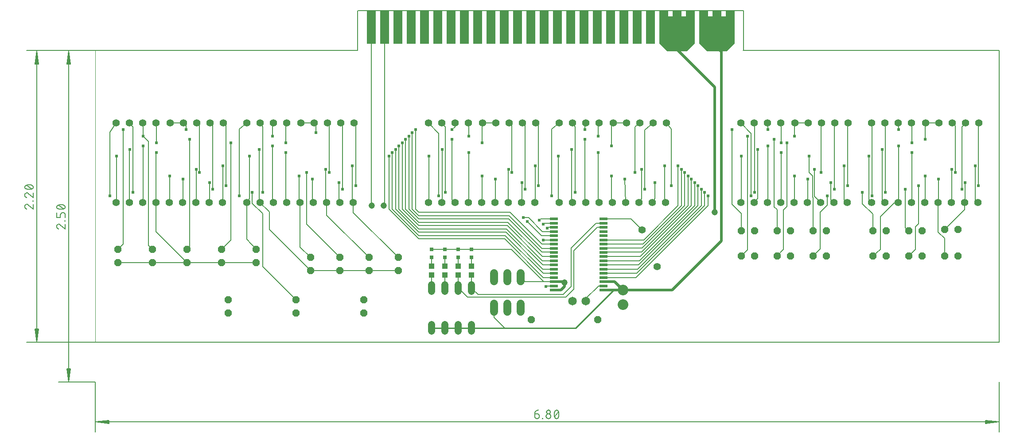
<source format=gtl>
G75*
%MOIN*%
%OFA0B0*%
%FSLAX25Y25*%
%IPPOS*%
%LPD*%
%AMOC8*
5,1,8,0,0,1.08239X$1,22.5*
%
%ADD10C,0.00000*%
%ADD11C,0.00512*%
%ADD12C,0.00600*%
%ADD13C,0.05600*%
%ADD14OC8,0.05200*%
%ADD15R,0.06500X0.25000*%
%ADD16C,0.00500*%
%ADD17R,0.05906X0.01969*%
%ADD18C,0.05200*%
%ADD19C,0.06500*%
%ADD20C,0.08000*%
%ADD21R,0.03150X0.03150*%
%ADD22R,0.03937X0.04331*%
%ADD23C,0.05543*%
%ADD24C,0.06000*%
%ADD25C,0.02978*%
%ADD26C,0.01200*%
%ADD27C,0.04750*%
%ADD28C,0.02000*%
%ADD29C,0.02387*%
%ADD30C,0.01000*%
D10*
X0057342Y0068933D02*
X0057342Y0288933D01*
D11*
X0057342Y0038933D02*
X0057342Y0001256D01*
X0057598Y0008933D02*
X0067578Y0007909D01*
X0067578Y0007676D02*
X0057598Y0008933D01*
X0067578Y0009957D01*
X0067578Y0010190D02*
X0067578Y0007676D01*
X0067578Y0008421D02*
X0057598Y0008933D01*
X0067578Y0009445D01*
X0067578Y0010190D02*
X0057598Y0008933D01*
X0737086Y0008933D01*
X0727106Y0007909D01*
X0727106Y0007676D02*
X0737086Y0008933D01*
X0727106Y0009957D01*
X0727106Y0010190D02*
X0727106Y0007676D01*
X0727106Y0008421D02*
X0737086Y0008933D01*
X0727106Y0009445D01*
X0727106Y0010190D02*
X0737086Y0008933D01*
X0737342Y0001256D02*
X0737342Y0038933D01*
X0057342Y0038933D02*
X0029665Y0038933D01*
X0037342Y0039189D02*
X0038365Y0049169D01*
X0038599Y0049169D02*
X0037342Y0039189D01*
X0036318Y0049169D01*
X0036085Y0049169D02*
X0038599Y0049169D01*
X0037854Y0049169D02*
X0037342Y0039189D01*
X0036830Y0049169D01*
X0036085Y0049169D02*
X0037342Y0039189D01*
X0037342Y0288677D01*
X0038365Y0278697D01*
X0038599Y0278697D02*
X0037342Y0288677D01*
X0036318Y0278697D01*
X0036085Y0278697D02*
X0038599Y0278697D01*
X0037854Y0278697D02*
X0037342Y0288677D01*
X0036830Y0278697D01*
X0036085Y0278697D02*
X0037342Y0288677D01*
X0029665Y0288933D02*
X0057342Y0288933D01*
X0005665Y0288933D01*
X0013342Y0288677D02*
X0014365Y0278697D01*
X0014599Y0278697D02*
X0013342Y0288677D01*
X0012318Y0278697D01*
X0012085Y0278697D02*
X0014599Y0278697D01*
X0013854Y0278697D02*
X0013342Y0288677D01*
X0012830Y0278697D01*
X0012085Y0278697D02*
X0013342Y0288677D01*
X0013342Y0069189D01*
X0014365Y0079169D01*
X0014599Y0079169D02*
X0013342Y0069189D01*
X0012318Y0079169D01*
X0012085Y0079169D02*
X0014599Y0079169D01*
X0013854Y0079169D02*
X0013342Y0069189D01*
X0012830Y0079169D01*
X0012085Y0079169D02*
X0013342Y0069189D01*
X0005665Y0068933D02*
X0057342Y0068933D01*
D12*
X0737342Y0068933D01*
X0737342Y0288933D01*
X0544842Y0288933D01*
X0542948Y0234433D02*
X0550842Y0226539D01*
X0550842Y0179433D01*
X0553342Y0181933D02*
X0553342Y0234039D01*
X0552948Y0234433D01*
X0562948Y0234433D02*
X0563342Y0234039D01*
X0563342Y0229433D01*
X0568142Y0221933D02*
X0568142Y0171133D01*
X0570342Y0168933D01*
X0570342Y0152933D01*
X0597342Y0152933D02*
X0597342Y0178342D01*
X0597142Y0178542D01*
X0597142Y0194333D01*
X0594542Y0196933D01*
X0594542Y0209433D01*
X0598342Y0199433D02*
X0598342Y0179039D01*
X0602948Y0174433D01*
X0608042Y0172333D02*
X0608042Y0179433D01*
X0610842Y0176539D02*
X0610842Y0189433D01*
X0613342Y0184433D02*
X0613342Y0234039D01*
X0613736Y0234433D01*
X0623342Y0234039D02*
X0623736Y0234433D01*
X0623342Y0234039D02*
X0623342Y0186933D01*
X0634442Y0181933D02*
X0634442Y0173533D01*
X0642342Y0165633D01*
X0642342Y0152933D01*
X0647942Y0163633D02*
X0658742Y0174433D01*
X0661448Y0174433D01*
X0661842Y0174827D01*
X0661842Y0216933D01*
X0671842Y0219433D02*
X0671842Y0234039D01*
X0671448Y0234433D01*
X0661842Y0234039D02*
X0661448Y0234433D01*
X0661842Y0234039D02*
X0661842Y0229433D01*
X0651842Y0234039D02*
X0651842Y0181933D01*
X0649342Y0176539D02*
X0649342Y0214433D01*
X0639342Y0209433D02*
X0639342Y0176539D01*
X0641448Y0174433D01*
X0649342Y0176539D02*
X0651448Y0174433D01*
X0641842Y0179433D02*
X0641842Y0234039D01*
X0641448Y0234433D01*
X0651448Y0234433D02*
X0651842Y0234039D01*
X0681842Y0234039D02*
X0681842Y0221933D01*
X0671842Y0211933D02*
X0671842Y0174827D01*
X0671448Y0174433D01*
X0681448Y0174433D02*
X0681842Y0174827D01*
X0681842Y0194433D01*
X0691842Y0191933D02*
X0691842Y0174827D01*
X0691448Y0174433D01*
X0691442Y0174427D01*
X0691442Y0152133D01*
X0696342Y0147233D01*
X0696342Y0133933D01*
X0674342Y0139133D02*
X0674342Y0155933D01*
X0676742Y0158333D01*
X0676742Y0186933D01*
X0666842Y0184433D02*
X0666842Y0155433D01*
X0669342Y0152933D01*
X0647942Y0163633D02*
X0647942Y0139133D01*
X0642342Y0133933D01*
X0669342Y0133933D02*
X0674342Y0139133D01*
X0696342Y0153933D02*
X0711448Y0169039D01*
X0711448Y0174433D01*
X0711842Y0174827D01*
X0711842Y0189433D01*
X0721842Y0186933D02*
X0721842Y0234039D01*
X0722236Y0234433D01*
X0712236Y0234433D02*
X0709342Y0231539D01*
X0709342Y0184433D01*
X0719342Y0176539D02*
X0721448Y0174433D01*
X0719342Y0176539D02*
X0719342Y0201933D01*
X0704342Y0196933D02*
X0704342Y0232327D01*
X0702236Y0234433D01*
X0692236Y0234433D02*
X0682236Y0234433D01*
X0681842Y0234039D01*
X0620842Y0201933D02*
X0620842Y0176539D01*
X0622948Y0174433D01*
X0612948Y0174433D02*
X0610842Y0176539D01*
X0608042Y0172333D02*
X0602642Y0166933D01*
X0602642Y0139233D01*
X0597342Y0133933D01*
X0575042Y0139033D02*
X0570342Y0133933D01*
X0575042Y0139033D02*
X0575042Y0168733D01*
X0577742Y0171433D01*
X0577742Y0219433D01*
X0573342Y0219433D02*
X0573342Y0234039D01*
X0572948Y0234433D01*
X0583342Y0234039D02*
X0583342Y0224433D01*
X0583342Y0234039D02*
X0583736Y0234433D01*
X0593736Y0234433D01*
X0603342Y0234039D02*
X0603736Y0234433D01*
X0603342Y0234039D02*
X0603342Y0196933D01*
X0593342Y0191933D02*
X0593342Y0174827D01*
X0592948Y0174433D01*
X0583342Y0174827D02*
X0582948Y0174433D01*
X0583342Y0174827D02*
X0583342Y0194433D01*
X0573342Y0211933D02*
X0573342Y0174827D01*
X0572948Y0174433D01*
X0563342Y0174827D02*
X0562948Y0174433D01*
X0563342Y0174827D02*
X0563342Y0216933D01*
X0555842Y0214433D02*
X0555842Y0177327D01*
X0552948Y0174433D01*
X0543342Y0174827D02*
X0542948Y0174433D01*
X0543342Y0174827D02*
X0543342Y0209433D01*
X0548042Y0224433D02*
X0548042Y0138635D01*
X0543342Y0133933D01*
X0543342Y0152933D02*
X0543340Y0165935D01*
X0536342Y0172933D01*
X0536342Y0229433D01*
X0490842Y0229827D02*
X0487236Y0234433D01*
X0477236Y0234433D02*
X0470842Y0229039D01*
X0470842Y0184433D01*
X0468342Y0177327D02*
X0466448Y0174433D01*
X0468342Y0177327D02*
X0468342Y0199433D01*
X0463342Y0196933D02*
X0463342Y0231539D01*
X0467236Y0234433D01*
X0457236Y0234433D02*
X0447236Y0234433D01*
X0445842Y0234039D01*
X0445842Y0216933D01*
X0435842Y0211933D02*
X0435842Y0174827D01*
X0436448Y0174433D01*
X0445842Y0174827D02*
X0446448Y0174433D01*
X0445842Y0174827D02*
X0445842Y0194433D01*
X0455842Y0191933D02*
X0456448Y0174433D01*
X0476448Y0174433D02*
X0478342Y0177327D01*
X0478342Y0189433D01*
X0490842Y0186933D02*
X0490842Y0229827D01*
X0436448Y0234433D02*
X0435842Y0234039D01*
X0435842Y0224433D01*
X0425842Y0221933D02*
X0425842Y0174827D01*
X0426448Y0174433D01*
X0416448Y0174433D02*
X0415842Y0174827D01*
X0415842Y0214433D01*
X0405842Y0209433D02*
X0405842Y0174827D01*
X0406448Y0174433D01*
X0400842Y0179433D02*
X0400842Y0229827D01*
X0406448Y0234433D01*
X0416448Y0234433D02*
X0418342Y0231539D01*
X0418342Y0181933D01*
X0390842Y0186933D02*
X0390842Y0232327D01*
X0388736Y0234433D01*
X0380842Y0232327D02*
X0380842Y0184433D01*
X0378342Y0189433D02*
X0378342Y0174827D01*
X0377948Y0174433D01*
X0387948Y0174433D02*
X0388342Y0174827D01*
X0388342Y0201933D01*
X0370842Y0196933D02*
X0370842Y0232327D01*
X0368736Y0234433D01*
X0358736Y0234433D02*
X0348736Y0234433D01*
X0348342Y0234039D01*
X0348342Y0219433D01*
X0338342Y0224433D02*
X0338342Y0234039D01*
X0337948Y0234433D01*
X0327948Y0234433D02*
X0327948Y0231539D01*
X0325842Y0229433D01*
X0320842Y0231539D02*
X0317948Y0234433D01*
X0320842Y0231539D02*
X0320842Y0181933D01*
X0315842Y0179433D02*
X0315842Y0226539D01*
X0307948Y0234433D01*
X0298342Y0229433D02*
X0298342Y0169433D01*
X0300842Y0166933D01*
X0369342Y0166933D01*
X0393268Y0143007D01*
X0402441Y0143007D01*
X0402217Y0145933D02*
X0394342Y0145933D01*
X0393076Y0149306D02*
X0402441Y0149306D01*
X0402441Y0146157D02*
X0402217Y0145933D01*
X0393076Y0149306D02*
X0382398Y0159984D01*
X0383342Y0162933D02*
X0393819Y0152456D01*
X0402441Y0152456D01*
X0402441Y0155606D02*
X0398014Y0155606D01*
X0397342Y0154933D01*
X0394342Y0157933D02*
X0395164Y0158755D01*
X0402441Y0158755D01*
X0402441Y0161905D02*
X0392313Y0161905D01*
X0391342Y0160933D01*
X0383342Y0162933D02*
X0379342Y0162933D01*
X0368842Y0164433D02*
X0300842Y0164433D01*
X0295842Y0169433D01*
X0295842Y0226933D01*
X0293342Y0224433D02*
X0293342Y0169433D01*
X0300842Y0161933D01*
X0368342Y0161933D01*
X0393342Y0136933D01*
X0402216Y0136933D01*
X0402441Y0136708D01*
X0402441Y0139857D02*
X0393417Y0139857D01*
X0368842Y0164433D01*
X0367842Y0159433D02*
X0300842Y0159433D01*
X0290842Y0169433D01*
X0290842Y0221933D01*
X0288342Y0219433D02*
X0288342Y0169433D01*
X0300842Y0156933D01*
X0367342Y0156933D01*
X0393866Y0130409D01*
X0402441Y0130409D01*
X0402441Y0133558D02*
X0393717Y0133558D01*
X0367842Y0159433D01*
X0366842Y0154433D02*
X0300842Y0154433D01*
X0285842Y0169433D01*
X0285842Y0216933D01*
X0283342Y0214433D02*
X0283342Y0169433D01*
X0300842Y0151933D01*
X0366342Y0151933D01*
X0394165Y0124109D01*
X0402441Y0124109D01*
X0402441Y0120960D02*
X0394315Y0120960D01*
X0365842Y0149433D01*
X0300842Y0149433D01*
X0280842Y0169433D01*
X0280842Y0211933D01*
X0278342Y0209433D02*
X0278342Y0169433D01*
X0300842Y0146933D01*
X0365342Y0146933D01*
X0394465Y0117810D01*
X0402441Y0117810D01*
X0402441Y0114661D02*
X0394614Y0114661D01*
X0380614Y0114661D01*
X0377342Y0117933D01*
X0394614Y0114661D02*
X0370389Y0138886D01*
X0340342Y0138886D01*
X0330342Y0138886D01*
X0320342Y0138886D01*
X0310342Y0138886D01*
X0310342Y0132980D02*
X0310342Y0126280D01*
X0320342Y0126280D02*
X0320342Y0132980D01*
X0330342Y0132980D02*
X0330342Y0126280D01*
X0330342Y0119587D02*
X0330542Y0119387D01*
X0330542Y0109933D01*
X0337542Y0102933D01*
X0411342Y0102933D01*
X0417342Y0108933D01*
X0417342Y0137933D01*
X0435014Y0155606D01*
X0439843Y0155606D01*
X0439843Y0158755D02*
X0434164Y0158755D01*
X0415342Y0139933D01*
X0415342Y0110933D01*
X0409342Y0104933D01*
X0345442Y0104933D01*
X0340542Y0109833D01*
X0340542Y0119387D01*
X0340342Y0119587D01*
X0340342Y0126280D02*
X0340342Y0132980D01*
X0320542Y0119387D02*
X0320542Y0109833D01*
X0330542Y0109933D02*
X0330542Y0109833D01*
X0310542Y0109833D02*
X0310542Y0119387D01*
X0310342Y0119587D01*
X0320342Y0119587D02*
X0320542Y0119387D01*
X0285342Y0122933D02*
X0263342Y0122933D01*
X0241342Y0122933D01*
X0219342Y0122933D01*
X0188342Y0153933D01*
X0188342Y0167327D01*
X0180842Y0174827D01*
X0180645Y0174630D01*
X0181448Y0174433D01*
X0180842Y0174827D02*
X0180842Y0214433D01*
X0190842Y0216933D02*
X0190842Y0174827D01*
X0191448Y0174433D01*
X0200842Y0174827D02*
X0201448Y0174433D01*
X0200842Y0174827D02*
X0200842Y0211933D01*
X0200842Y0219433D02*
X0200842Y0234039D01*
X0201448Y0234433D01*
X0212236Y0234433D02*
X0222236Y0234433D01*
X0223342Y0232327D01*
X0223342Y0226933D01*
X0233342Y0232327D02*
X0233342Y0196933D01*
X0230842Y0199433D02*
X0230842Y0174827D01*
X0231448Y0174433D01*
X0231448Y0164827D01*
X0263342Y0132933D01*
X0285342Y0132933D02*
X0251448Y0166827D01*
X0251448Y0174433D01*
X0250842Y0174827D01*
X0250842Y0201933D01*
X0240842Y0189433D02*
X0240842Y0174827D01*
X0241448Y0174433D01*
X0243342Y0184433D02*
X0243342Y0232327D01*
X0242236Y0234433D01*
X0233342Y0232327D02*
X0232236Y0234433D01*
X0252236Y0234433D02*
X0253342Y0232327D01*
X0253342Y0186933D01*
X0265092Y0172683D02*
X0265342Y0171933D01*
X0265092Y0172683D02*
X0265092Y0306433D01*
X0275092Y0306433D02*
X0275092Y0172683D01*
X0274342Y0171933D01*
X0307948Y0174433D02*
X0308342Y0174827D01*
X0308342Y0209433D01*
X0318342Y0214433D02*
X0318342Y0174827D01*
X0317948Y0174433D01*
X0325842Y0176539D02*
X0327948Y0174433D01*
X0325842Y0176539D02*
X0325842Y0221933D01*
X0338342Y0211933D02*
X0338342Y0174827D01*
X0337948Y0174433D01*
X0347948Y0174433D02*
X0348342Y0174827D01*
X0348342Y0194433D01*
X0358342Y0191933D02*
X0358342Y0174827D01*
X0357948Y0174433D01*
X0367948Y0174433D02*
X0367948Y0199039D01*
X0368342Y0199433D01*
X0425842Y0229433D02*
X0425842Y0234039D01*
X0426448Y0234433D01*
X0380842Y0232327D02*
X0378736Y0234433D01*
X0485842Y0201933D02*
X0485842Y0174827D01*
X0486448Y0174433D01*
X0495842Y0171933D02*
X0470065Y0146157D01*
X0439843Y0146157D01*
X0439843Y0143007D02*
X0469416Y0143007D01*
X0498342Y0171933D01*
X0498342Y0199433D01*
X0500842Y0196933D02*
X0500842Y0171933D01*
X0468842Y0139933D01*
X0439918Y0139933D01*
X0439843Y0139857D01*
X0440068Y0136933D02*
X0468342Y0136933D01*
X0503342Y0171933D01*
X0503342Y0194433D01*
X0505842Y0191933D02*
X0505842Y0171933D01*
X0467467Y0133558D01*
X0439843Y0133558D01*
X0439843Y0130409D02*
X0449342Y0130409D01*
X0449817Y0130409D01*
X0466817Y0130409D01*
X0508342Y0171933D01*
X0508342Y0189433D01*
X0510842Y0186933D02*
X0510842Y0171933D01*
X0466168Y0127259D01*
X0449668Y0127259D01*
X0449342Y0127259D01*
X0439843Y0127259D01*
X0439843Y0124109D02*
X0465518Y0124109D01*
X0513342Y0171933D01*
X0513342Y0184433D01*
X0515842Y0181933D02*
X0515842Y0171933D01*
X0464869Y0120960D01*
X0439843Y0120960D01*
X0439843Y0117810D02*
X0464219Y0117810D01*
X0518342Y0171933D01*
X0518342Y0179433D01*
X0495842Y0171933D02*
X0495842Y0201933D01*
X0460467Y0161905D02*
X0439843Y0161905D01*
X0460467Y0161905D02*
X0468617Y0153755D01*
X0440068Y0136933D02*
X0439843Y0136708D01*
X0402441Y0127259D02*
X0394016Y0127259D01*
X0366842Y0154433D01*
X0396920Y0111511D02*
X0396342Y0110933D01*
X0396920Y0111511D02*
X0402441Y0111511D01*
X0426342Y0101933D02*
X0435920Y0111511D01*
X0439843Y0111511D01*
X0426342Y0101933D02*
X0426342Y0099933D01*
X0365342Y0079833D02*
X0357342Y0087833D01*
X0357342Y0094933D01*
X0241342Y0132933D02*
X0216342Y0157933D01*
X0216342Y0196933D01*
X0210842Y0194433D02*
X0210842Y0174827D01*
X0211448Y0174433D02*
X0211448Y0140827D01*
X0219342Y0132933D01*
X0219342Y0125539D02*
X0219342Y0122933D01*
X0208342Y0100933D02*
X0183342Y0125933D01*
X0183342Y0165933D01*
X0175436Y0173839D01*
X0175436Y0181933D01*
X0183342Y0181933D02*
X0183342Y0231539D01*
X0181448Y0234433D01*
X0190842Y0234039D02*
X0191448Y0234433D01*
X0190842Y0234039D02*
X0190842Y0224433D01*
X0171448Y0234433D02*
X0165842Y0229827D01*
X0165842Y0179433D01*
X0171448Y0174433D02*
X0173342Y0177327D01*
X0173342Y0209433D01*
X0159342Y0219433D02*
X0159342Y0145933D01*
X0152342Y0138933D01*
X0152342Y0128933D02*
X0126342Y0128933D01*
X0102948Y0152327D01*
X0102948Y0174433D01*
X0102948Y0211539D01*
X0103342Y0211933D01*
X0093342Y0216933D02*
X0093342Y0174827D01*
X0092948Y0174433D01*
X0082948Y0174433D02*
X0082948Y0214039D01*
X0083342Y0214433D01*
X0073342Y0209433D02*
X0073342Y0174827D01*
X0072948Y0174433D01*
X0068342Y0179433D02*
X0068342Y0227327D01*
X0072948Y0234433D01*
X0078342Y0229433D02*
X0078342Y0142933D01*
X0074342Y0138933D01*
X0074342Y0128933D02*
X0100342Y0128933D01*
X0126342Y0128933D01*
X0126342Y0138933D02*
X0128342Y0140933D01*
X0128342Y0221933D01*
X0125842Y0229433D02*
X0125842Y0232327D01*
X0123736Y0234433D01*
X0113736Y0234433D01*
X0103342Y0234039D02*
X0102948Y0234433D01*
X0103342Y0234039D02*
X0103342Y0219433D01*
X0097342Y0220433D02*
X0097342Y0141933D01*
X0100342Y0138933D01*
X0152342Y0128933D02*
X0178342Y0128933D01*
X0178342Y0138933D02*
X0171448Y0146827D01*
X0171448Y0174433D01*
X0153342Y0174827D02*
X0153342Y0201933D01*
X0135842Y0196933D02*
X0135842Y0232327D01*
X0133736Y0234433D01*
X0143736Y0234433D02*
X0145842Y0232327D01*
X0145842Y0184433D01*
X0143342Y0189433D02*
X0143342Y0174827D01*
X0142948Y0174433D01*
X0133342Y0174827D02*
X0132948Y0174433D01*
X0133342Y0174827D02*
X0133342Y0199433D01*
X0123342Y0191933D02*
X0123342Y0174827D01*
X0122948Y0174433D01*
X0113342Y0174827D02*
X0112948Y0174433D01*
X0113342Y0174827D02*
X0113342Y0194433D01*
X0085842Y0181933D02*
X0085842Y0231539D01*
X0082948Y0234433D01*
X0092948Y0234433D02*
X0093342Y0234039D01*
X0093342Y0224433D01*
X0097342Y0220433D01*
X0153736Y0234433D02*
X0155842Y0232327D01*
X0155842Y0186933D01*
X0153342Y0174827D02*
X0152948Y0174433D01*
X0211448Y0174433D02*
X0211448Y0170039D01*
X0220842Y0174827D02*
X0220842Y0191933D01*
X0220842Y0174827D02*
X0221448Y0174433D01*
X0034780Y0165248D02*
X0034780Y0163115D01*
X0034780Y0160762D02*
X0034780Y0160407D01*
X0034424Y0160407D01*
X0034424Y0160762D01*
X0034780Y0160762D01*
X0034780Y0158055D02*
X0034780Y0154499D01*
X0031224Y0157521D01*
X0028380Y0156455D02*
X0028382Y0156366D01*
X0028388Y0156277D01*
X0028397Y0156188D01*
X0028411Y0156100D01*
X0028428Y0156013D01*
X0028449Y0155926D01*
X0028474Y0155840D01*
X0028502Y0155756D01*
X0028535Y0155673D01*
X0028570Y0155591D01*
X0028610Y0155511D01*
X0028652Y0155433D01*
X0028698Y0155356D01*
X0028747Y0155282D01*
X0028800Y0155210D01*
X0028855Y0155140D01*
X0028914Y0155073D01*
X0028975Y0155008D01*
X0029039Y0154946D01*
X0029106Y0154887D01*
X0029175Y0154831D01*
X0029247Y0154778D01*
X0029321Y0154728D01*
X0029397Y0154681D01*
X0029474Y0154638D01*
X0029554Y0154598D01*
X0029635Y0154561D01*
X0029718Y0154528D01*
X0029803Y0154499D01*
X0031225Y0157522D02*
X0031167Y0157579D01*
X0031106Y0157635D01*
X0031043Y0157687D01*
X0030978Y0157736D01*
X0030910Y0157782D01*
X0030840Y0157824D01*
X0030768Y0157864D01*
X0030695Y0157899D01*
X0030619Y0157932D01*
X0030543Y0157960D01*
X0030465Y0157985D01*
X0030386Y0158006D01*
X0030306Y0158024D01*
X0030225Y0158037D01*
X0030144Y0158047D01*
X0030062Y0158053D01*
X0029980Y0158055D01*
X0029901Y0158053D01*
X0029823Y0158047D01*
X0029745Y0158038D01*
X0029668Y0158024D01*
X0029591Y0158007D01*
X0029516Y0157986D01*
X0029441Y0157961D01*
X0029368Y0157933D01*
X0029296Y0157901D01*
X0029226Y0157866D01*
X0029157Y0157827D01*
X0029091Y0157785D01*
X0029027Y0157740D01*
X0028965Y0157692D01*
X0028906Y0157641D01*
X0028849Y0157586D01*
X0028794Y0157529D01*
X0028743Y0157470D01*
X0028695Y0157408D01*
X0028650Y0157344D01*
X0028608Y0157278D01*
X0028569Y0157209D01*
X0028534Y0157139D01*
X0028502Y0157067D01*
X0028474Y0156994D01*
X0028449Y0156919D01*
X0028428Y0156844D01*
X0028411Y0156767D01*
X0028397Y0156690D01*
X0028388Y0156612D01*
X0028382Y0156534D01*
X0028380Y0156455D01*
X0028380Y0163115D02*
X0028380Y0166670D01*
X0031224Y0165248D02*
X0031224Y0163115D01*
X0028380Y0163115D01*
X0031225Y0165248D02*
X0031227Y0165322D01*
X0031233Y0165397D01*
X0031243Y0165470D01*
X0031256Y0165544D01*
X0031273Y0165616D01*
X0031295Y0165687D01*
X0031319Y0165758D01*
X0031348Y0165826D01*
X0031380Y0165894D01*
X0031416Y0165959D01*
X0031454Y0166022D01*
X0031497Y0166084D01*
X0031542Y0166143D01*
X0031590Y0166200D01*
X0031641Y0166254D01*
X0031695Y0166305D01*
X0031752Y0166353D01*
X0031811Y0166398D01*
X0031873Y0166441D01*
X0031936Y0166479D01*
X0032001Y0166515D01*
X0032069Y0166547D01*
X0032137Y0166576D01*
X0032208Y0166600D01*
X0032279Y0166622D01*
X0032351Y0166639D01*
X0032425Y0166652D01*
X0032498Y0166662D01*
X0032573Y0166668D01*
X0032647Y0166670D01*
X0033358Y0166670D01*
X0033432Y0166668D01*
X0033507Y0166662D01*
X0033580Y0166652D01*
X0033654Y0166639D01*
X0033726Y0166622D01*
X0033797Y0166600D01*
X0033868Y0166576D01*
X0033936Y0166547D01*
X0034004Y0166515D01*
X0034069Y0166479D01*
X0034132Y0166441D01*
X0034194Y0166398D01*
X0034253Y0166353D01*
X0034310Y0166305D01*
X0034364Y0166254D01*
X0034415Y0166200D01*
X0034463Y0166143D01*
X0034508Y0166084D01*
X0034551Y0166022D01*
X0034589Y0165959D01*
X0034625Y0165894D01*
X0034657Y0165826D01*
X0034686Y0165758D01*
X0034710Y0165687D01*
X0034732Y0165616D01*
X0034749Y0165544D01*
X0034762Y0165470D01*
X0034772Y0165397D01*
X0034778Y0165322D01*
X0034780Y0165248D01*
X0033891Y0172291D02*
X0033764Y0172351D01*
X0033635Y0172407D01*
X0033505Y0172460D01*
X0033373Y0172510D01*
X0033240Y0172556D01*
X0033106Y0172598D01*
X0032971Y0172637D01*
X0032834Y0172673D01*
X0032697Y0172704D01*
X0032559Y0172732D01*
X0032421Y0172757D01*
X0032282Y0172777D01*
X0032142Y0172794D01*
X0032002Y0172807D01*
X0031861Y0172816D01*
X0031721Y0172822D01*
X0031580Y0172824D01*
X0031580Y0169269D02*
X0031439Y0169271D01*
X0031299Y0169277D01*
X0031158Y0169286D01*
X0031018Y0169299D01*
X0030878Y0169316D01*
X0030739Y0169336D01*
X0030601Y0169361D01*
X0030463Y0169389D01*
X0030326Y0169420D01*
X0030189Y0169456D01*
X0030054Y0169495D01*
X0029920Y0169537D01*
X0029787Y0169583D01*
X0029655Y0169633D01*
X0029525Y0169686D01*
X0029396Y0169742D01*
X0029269Y0169802D01*
X0029269Y0169801D02*
X0029203Y0169826D01*
X0029138Y0169854D01*
X0029074Y0169886D01*
X0029013Y0169921D01*
X0028953Y0169960D01*
X0028895Y0170001D01*
X0028840Y0170046D01*
X0028788Y0170094D01*
X0028738Y0170144D01*
X0028690Y0170197D01*
X0028646Y0170252D01*
X0028605Y0170310D01*
X0028567Y0170370D01*
X0028532Y0170432D01*
X0028501Y0170496D01*
X0028473Y0170561D01*
X0028448Y0170628D01*
X0028428Y0170695D01*
X0028411Y0170764D01*
X0028397Y0170834D01*
X0028388Y0170904D01*
X0028382Y0170975D01*
X0028380Y0171046D01*
X0028382Y0171117D01*
X0028388Y0171188D01*
X0028397Y0171258D01*
X0028411Y0171328D01*
X0028428Y0171397D01*
X0028448Y0171464D01*
X0028473Y0171531D01*
X0028501Y0171596D01*
X0028532Y0171660D01*
X0028567Y0171722D01*
X0028605Y0171782D01*
X0028646Y0171840D01*
X0028690Y0171895D01*
X0028738Y0171948D01*
X0028788Y0171998D01*
X0028840Y0172046D01*
X0028895Y0172091D01*
X0028953Y0172132D01*
X0029013Y0172171D01*
X0029074Y0172206D01*
X0029138Y0172238D01*
X0029203Y0172266D01*
X0029269Y0172291D01*
X0029802Y0172469D02*
X0033358Y0169624D01*
X0034780Y0171046D02*
X0034778Y0171117D01*
X0034772Y0171188D01*
X0034763Y0171258D01*
X0034749Y0171328D01*
X0034732Y0171397D01*
X0034712Y0171464D01*
X0034687Y0171531D01*
X0034659Y0171596D01*
X0034628Y0171660D01*
X0034593Y0171722D01*
X0034555Y0171782D01*
X0034514Y0171839D01*
X0034470Y0171895D01*
X0034422Y0171948D01*
X0034372Y0171998D01*
X0034320Y0172046D01*
X0034265Y0172091D01*
X0034207Y0172132D01*
X0034147Y0172171D01*
X0034086Y0172206D01*
X0034022Y0172238D01*
X0033957Y0172266D01*
X0033891Y0172291D01*
X0034780Y0171046D02*
X0034778Y0170975D01*
X0034772Y0170904D01*
X0034763Y0170834D01*
X0034749Y0170764D01*
X0034732Y0170695D01*
X0034712Y0170628D01*
X0034687Y0170561D01*
X0034659Y0170496D01*
X0034628Y0170432D01*
X0034593Y0170370D01*
X0034555Y0170310D01*
X0034514Y0170252D01*
X0034470Y0170197D01*
X0034422Y0170144D01*
X0034372Y0170094D01*
X0034320Y0170046D01*
X0034265Y0170001D01*
X0034207Y0169960D01*
X0034147Y0169921D01*
X0034086Y0169886D01*
X0034022Y0169854D01*
X0033957Y0169826D01*
X0033891Y0169801D01*
X0031580Y0172824D02*
X0031439Y0172822D01*
X0031299Y0172816D01*
X0031158Y0172807D01*
X0031018Y0172794D01*
X0030878Y0172777D01*
X0030739Y0172757D01*
X0030601Y0172732D01*
X0030463Y0172704D01*
X0030326Y0172673D01*
X0030189Y0172637D01*
X0030054Y0172598D01*
X0029920Y0172556D01*
X0029787Y0172510D01*
X0029655Y0172460D01*
X0029525Y0172407D01*
X0029396Y0172351D01*
X0029269Y0172291D01*
X0031580Y0169269D02*
X0031721Y0169271D01*
X0031861Y0169277D01*
X0032002Y0169286D01*
X0032142Y0169299D01*
X0032282Y0169316D01*
X0032421Y0169336D01*
X0032559Y0169361D01*
X0032697Y0169389D01*
X0032834Y0169420D01*
X0032971Y0169456D01*
X0033106Y0169495D01*
X0033240Y0169537D01*
X0033373Y0169583D01*
X0033505Y0169633D01*
X0033635Y0169686D01*
X0033764Y0169742D01*
X0033891Y0169802D01*
X0010780Y0169499D02*
X0010780Y0173055D01*
X0010780Y0175407D02*
X0010780Y0175762D01*
X0010424Y0175762D01*
X0010424Y0175407D01*
X0010780Y0175407D01*
X0010780Y0178115D02*
X0010780Y0181670D01*
X0009358Y0184624D02*
X0005802Y0187469D01*
X0005269Y0187291D02*
X0005203Y0187266D01*
X0005138Y0187238D01*
X0005074Y0187206D01*
X0005013Y0187171D01*
X0004953Y0187132D01*
X0004895Y0187091D01*
X0004840Y0187046D01*
X0004788Y0186998D01*
X0004738Y0186948D01*
X0004690Y0186895D01*
X0004646Y0186840D01*
X0004605Y0186782D01*
X0004567Y0186722D01*
X0004532Y0186660D01*
X0004501Y0186596D01*
X0004473Y0186531D01*
X0004448Y0186464D01*
X0004428Y0186397D01*
X0004411Y0186328D01*
X0004397Y0186258D01*
X0004388Y0186188D01*
X0004382Y0186117D01*
X0004380Y0186046D01*
X0004382Y0185975D01*
X0004388Y0185904D01*
X0004397Y0185834D01*
X0004411Y0185764D01*
X0004428Y0185695D01*
X0004448Y0185628D01*
X0004473Y0185561D01*
X0004501Y0185496D01*
X0004532Y0185432D01*
X0004567Y0185370D01*
X0004605Y0185310D01*
X0004646Y0185252D01*
X0004690Y0185197D01*
X0004738Y0185144D01*
X0004788Y0185094D01*
X0004840Y0185046D01*
X0004895Y0185001D01*
X0004953Y0184960D01*
X0005013Y0184921D01*
X0005074Y0184886D01*
X0005138Y0184854D01*
X0005203Y0184826D01*
X0005269Y0184801D01*
X0005269Y0187291D02*
X0005396Y0187351D01*
X0005525Y0187407D01*
X0005655Y0187460D01*
X0005787Y0187510D01*
X0005920Y0187556D01*
X0006054Y0187598D01*
X0006189Y0187637D01*
X0006326Y0187673D01*
X0006463Y0187704D01*
X0006601Y0187732D01*
X0006739Y0187757D01*
X0006878Y0187777D01*
X0007018Y0187794D01*
X0007158Y0187807D01*
X0007299Y0187816D01*
X0007439Y0187822D01*
X0007580Y0187824D01*
X0007580Y0184269D02*
X0007439Y0184271D01*
X0007299Y0184277D01*
X0007158Y0184286D01*
X0007018Y0184299D01*
X0006878Y0184316D01*
X0006739Y0184336D01*
X0006601Y0184361D01*
X0006463Y0184389D01*
X0006326Y0184420D01*
X0006189Y0184456D01*
X0006054Y0184495D01*
X0005920Y0184537D01*
X0005787Y0184583D01*
X0005655Y0184633D01*
X0005525Y0184686D01*
X0005396Y0184742D01*
X0005269Y0184802D01*
X0007580Y0187824D02*
X0007721Y0187822D01*
X0007861Y0187816D01*
X0008002Y0187807D01*
X0008142Y0187794D01*
X0008282Y0187777D01*
X0008421Y0187757D01*
X0008559Y0187732D01*
X0008697Y0187704D01*
X0008834Y0187673D01*
X0008971Y0187637D01*
X0009106Y0187598D01*
X0009240Y0187556D01*
X0009373Y0187510D01*
X0009505Y0187460D01*
X0009635Y0187407D01*
X0009764Y0187351D01*
X0009891Y0187291D01*
X0009957Y0187266D01*
X0010022Y0187238D01*
X0010086Y0187206D01*
X0010147Y0187171D01*
X0010207Y0187132D01*
X0010265Y0187091D01*
X0010320Y0187046D01*
X0010372Y0186998D01*
X0010422Y0186948D01*
X0010470Y0186895D01*
X0010514Y0186839D01*
X0010555Y0186782D01*
X0010593Y0186722D01*
X0010628Y0186660D01*
X0010659Y0186596D01*
X0010687Y0186531D01*
X0010712Y0186464D01*
X0010732Y0186397D01*
X0010749Y0186328D01*
X0010763Y0186258D01*
X0010772Y0186188D01*
X0010778Y0186117D01*
X0010780Y0186046D01*
X0010778Y0185975D01*
X0010772Y0185904D01*
X0010763Y0185834D01*
X0010749Y0185764D01*
X0010732Y0185695D01*
X0010712Y0185628D01*
X0010687Y0185561D01*
X0010659Y0185496D01*
X0010628Y0185432D01*
X0010593Y0185370D01*
X0010555Y0185310D01*
X0010514Y0185252D01*
X0010470Y0185197D01*
X0010422Y0185144D01*
X0010372Y0185094D01*
X0010320Y0185046D01*
X0010265Y0185001D01*
X0010207Y0184960D01*
X0010147Y0184921D01*
X0010086Y0184886D01*
X0010022Y0184854D01*
X0009957Y0184826D01*
X0009891Y0184801D01*
X0009891Y0184802D02*
X0009764Y0184742D01*
X0009635Y0184686D01*
X0009505Y0184633D01*
X0009373Y0184583D01*
X0009240Y0184537D01*
X0009106Y0184495D01*
X0008971Y0184456D01*
X0008834Y0184420D01*
X0008697Y0184389D01*
X0008559Y0184361D01*
X0008421Y0184336D01*
X0008282Y0184316D01*
X0008142Y0184299D01*
X0008002Y0184286D01*
X0007861Y0184277D01*
X0007721Y0184271D01*
X0007580Y0184269D01*
X0007224Y0181137D02*
X0010780Y0178115D01*
X0005803Y0178114D02*
X0005718Y0178143D01*
X0005635Y0178176D01*
X0005554Y0178213D01*
X0005474Y0178253D01*
X0005397Y0178296D01*
X0005321Y0178343D01*
X0005247Y0178393D01*
X0005175Y0178446D01*
X0005106Y0178502D01*
X0005039Y0178561D01*
X0004975Y0178623D01*
X0004914Y0178688D01*
X0004855Y0178755D01*
X0004800Y0178825D01*
X0004747Y0178897D01*
X0004698Y0178971D01*
X0004652Y0179048D01*
X0004610Y0179126D01*
X0004570Y0179206D01*
X0004535Y0179288D01*
X0004502Y0179371D01*
X0004474Y0179455D01*
X0004449Y0179541D01*
X0004428Y0179628D01*
X0004411Y0179715D01*
X0004397Y0179803D01*
X0004388Y0179892D01*
X0004382Y0179981D01*
X0004380Y0180070D01*
X0004382Y0180149D01*
X0004388Y0180227D01*
X0004397Y0180305D01*
X0004411Y0180382D01*
X0004428Y0180459D01*
X0004449Y0180534D01*
X0004474Y0180609D01*
X0004502Y0180682D01*
X0004534Y0180754D01*
X0004569Y0180824D01*
X0004608Y0180893D01*
X0004650Y0180959D01*
X0004695Y0181023D01*
X0004743Y0181085D01*
X0004794Y0181144D01*
X0004849Y0181201D01*
X0004906Y0181256D01*
X0004965Y0181307D01*
X0005027Y0181355D01*
X0005091Y0181400D01*
X0005157Y0181442D01*
X0005226Y0181481D01*
X0005296Y0181516D01*
X0005368Y0181548D01*
X0005441Y0181576D01*
X0005516Y0181601D01*
X0005591Y0181622D01*
X0005668Y0181639D01*
X0005745Y0181653D01*
X0005823Y0181662D01*
X0005901Y0181668D01*
X0005980Y0181670D01*
X0005980Y0181671D02*
X0006062Y0181669D01*
X0006144Y0181663D01*
X0006225Y0181653D01*
X0006306Y0181640D01*
X0006386Y0181622D01*
X0006465Y0181601D01*
X0006543Y0181576D01*
X0006619Y0181548D01*
X0006695Y0181515D01*
X0006768Y0181480D01*
X0006840Y0181440D01*
X0006910Y0181398D01*
X0006978Y0181352D01*
X0007043Y0181303D01*
X0007106Y0181251D01*
X0007167Y0181195D01*
X0007225Y0181138D01*
X0007224Y0172521D02*
X0010780Y0169499D01*
X0005803Y0169499D02*
X0005718Y0169528D01*
X0005635Y0169561D01*
X0005554Y0169598D01*
X0005474Y0169638D01*
X0005397Y0169681D01*
X0005321Y0169728D01*
X0005247Y0169778D01*
X0005175Y0169831D01*
X0005106Y0169887D01*
X0005039Y0169946D01*
X0004975Y0170008D01*
X0004914Y0170073D01*
X0004855Y0170140D01*
X0004800Y0170210D01*
X0004747Y0170282D01*
X0004698Y0170356D01*
X0004652Y0170433D01*
X0004610Y0170511D01*
X0004570Y0170591D01*
X0004535Y0170673D01*
X0004502Y0170756D01*
X0004474Y0170840D01*
X0004449Y0170926D01*
X0004428Y0171013D01*
X0004411Y0171100D01*
X0004397Y0171188D01*
X0004388Y0171277D01*
X0004382Y0171366D01*
X0004380Y0171455D01*
X0004382Y0171534D01*
X0004388Y0171612D01*
X0004397Y0171690D01*
X0004411Y0171767D01*
X0004428Y0171844D01*
X0004449Y0171919D01*
X0004474Y0171994D01*
X0004502Y0172067D01*
X0004534Y0172139D01*
X0004569Y0172209D01*
X0004608Y0172278D01*
X0004650Y0172344D01*
X0004695Y0172408D01*
X0004743Y0172470D01*
X0004794Y0172529D01*
X0004849Y0172586D01*
X0004906Y0172641D01*
X0004965Y0172692D01*
X0005027Y0172740D01*
X0005091Y0172785D01*
X0005157Y0172827D01*
X0005226Y0172866D01*
X0005296Y0172901D01*
X0005368Y0172933D01*
X0005441Y0172961D01*
X0005516Y0172986D01*
X0005591Y0173007D01*
X0005668Y0173024D01*
X0005745Y0173038D01*
X0005823Y0173047D01*
X0005901Y0173053D01*
X0005980Y0173055D01*
X0006062Y0173053D01*
X0006144Y0173047D01*
X0006225Y0173037D01*
X0006306Y0173024D01*
X0006386Y0173006D01*
X0006465Y0172985D01*
X0006543Y0172960D01*
X0006619Y0172932D01*
X0006695Y0172899D01*
X0006768Y0172864D01*
X0006840Y0172824D01*
X0006910Y0172782D01*
X0006978Y0172736D01*
X0007043Y0172687D01*
X0007106Y0172635D01*
X0007167Y0172579D01*
X0007225Y0172522D01*
X0057342Y0288933D02*
X0254842Y0288933D01*
X0701448Y0174433D02*
X0701842Y0174827D01*
X0701842Y0199433D01*
X0405877Y0016473D02*
X0403033Y0012917D01*
X0404455Y0011494D02*
X0404526Y0011496D01*
X0404597Y0011502D01*
X0404667Y0011511D01*
X0404737Y0011525D01*
X0404806Y0011542D01*
X0404873Y0011562D01*
X0404940Y0011587D01*
X0405005Y0011615D01*
X0405069Y0011646D01*
X0405131Y0011681D01*
X0405191Y0011719D01*
X0405248Y0011760D01*
X0405304Y0011804D01*
X0405357Y0011852D01*
X0405407Y0011902D01*
X0405455Y0011954D01*
X0405500Y0012009D01*
X0405541Y0012067D01*
X0405580Y0012127D01*
X0405615Y0012188D01*
X0405647Y0012252D01*
X0405675Y0012317D01*
X0405700Y0012383D01*
X0404455Y0011494D02*
X0404384Y0011496D01*
X0404313Y0011502D01*
X0404243Y0011511D01*
X0404173Y0011525D01*
X0404104Y0011542D01*
X0404037Y0011562D01*
X0403970Y0011587D01*
X0403905Y0011615D01*
X0403841Y0011646D01*
X0403779Y0011681D01*
X0403719Y0011719D01*
X0403661Y0011760D01*
X0403606Y0011804D01*
X0403553Y0011852D01*
X0403503Y0011902D01*
X0403455Y0011954D01*
X0403410Y0012009D01*
X0403369Y0012067D01*
X0403330Y0012127D01*
X0403295Y0012188D01*
X0403263Y0012252D01*
X0403235Y0012317D01*
X0403210Y0012383D01*
X0406233Y0014695D02*
X0406231Y0014836D01*
X0406225Y0014976D01*
X0406216Y0015117D01*
X0406203Y0015257D01*
X0406186Y0015397D01*
X0406166Y0015536D01*
X0406141Y0015674D01*
X0406113Y0015812D01*
X0406082Y0015949D01*
X0406046Y0016086D01*
X0406007Y0016221D01*
X0405965Y0016355D01*
X0405919Y0016488D01*
X0405869Y0016620D01*
X0405816Y0016750D01*
X0405760Y0016879D01*
X0405700Y0017006D01*
X0405675Y0017072D01*
X0405647Y0017137D01*
X0405615Y0017201D01*
X0405580Y0017262D01*
X0405541Y0017322D01*
X0405500Y0017380D01*
X0405455Y0017435D01*
X0405407Y0017487D01*
X0405357Y0017537D01*
X0405304Y0017585D01*
X0405249Y0017629D01*
X0405191Y0017670D01*
X0405131Y0017708D01*
X0405069Y0017743D01*
X0405005Y0017774D01*
X0404940Y0017802D01*
X0404873Y0017827D01*
X0404806Y0017847D01*
X0404737Y0017864D01*
X0404667Y0017878D01*
X0404597Y0017887D01*
X0404526Y0017893D01*
X0404455Y0017895D01*
X0404384Y0017893D01*
X0404313Y0017887D01*
X0404243Y0017878D01*
X0404173Y0017864D01*
X0404104Y0017847D01*
X0404037Y0017827D01*
X0403970Y0017802D01*
X0403905Y0017774D01*
X0403841Y0017743D01*
X0403779Y0017708D01*
X0403719Y0017670D01*
X0403661Y0017629D01*
X0403606Y0017585D01*
X0403553Y0017537D01*
X0403503Y0017487D01*
X0403455Y0017435D01*
X0403410Y0017380D01*
X0403369Y0017322D01*
X0403330Y0017262D01*
X0403295Y0017201D01*
X0403263Y0017137D01*
X0403235Y0017072D01*
X0403210Y0017006D01*
X0406233Y0014695D02*
X0406231Y0014554D01*
X0406225Y0014414D01*
X0406216Y0014273D01*
X0406203Y0014133D01*
X0406186Y0013993D01*
X0406166Y0013854D01*
X0406141Y0013716D01*
X0406113Y0013578D01*
X0406082Y0013441D01*
X0406046Y0013304D01*
X0406007Y0013169D01*
X0405965Y0013035D01*
X0405919Y0012902D01*
X0405869Y0012770D01*
X0405816Y0012640D01*
X0405760Y0012511D01*
X0405700Y0012384D01*
X0402677Y0014695D02*
X0402679Y0014836D01*
X0402685Y0014976D01*
X0402694Y0015117D01*
X0402707Y0015257D01*
X0402724Y0015397D01*
X0402744Y0015536D01*
X0402769Y0015674D01*
X0402797Y0015812D01*
X0402828Y0015949D01*
X0402864Y0016086D01*
X0402903Y0016221D01*
X0402945Y0016355D01*
X0402991Y0016488D01*
X0403041Y0016620D01*
X0403094Y0016750D01*
X0403150Y0016879D01*
X0403210Y0017006D01*
X0399723Y0016473D02*
X0399721Y0016399D01*
X0399715Y0016324D01*
X0399705Y0016251D01*
X0399692Y0016177D01*
X0399675Y0016105D01*
X0399653Y0016034D01*
X0399629Y0015963D01*
X0399600Y0015895D01*
X0399568Y0015827D01*
X0399532Y0015762D01*
X0399494Y0015699D01*
X0399451Y0015637D01*
X0399406Y0015578D01*
X0399358Y0015521D01*
X0399307Y0015467D01*
X0399253Y0015416D01*
X0399196Y0015368D01*
X0399137Y0015323D01*
X0399075Y0015280D01*
X0399012Y0015242D01*
X0398947Y0015206D01*
X0398879Y0015174D01*
X0398811Y0015145D01*
X0398740Y0015121D01*
X0398669Y0015099D01*
X0398597Y0015082D01*
X0398523Y0015069D01*
X0398450Y0015059D01*
X0398375Y0015053D01*
X0398301Y0015051D01*
X0398227Y0015053D01*
X0398152Y0015059D01*
X0398079Y0015069D01*
X0398005Y0015082D01*
X0397933Y0015099D01*
X0397862Y0015121D01*
X0397791Y0015145D01*
X0397723Y0015174D01*
X0397655Y0015206D01*
X0397590Y0015242D01*
X0397527Y0015280D01*
X0397465Y0015323D01*
X0397406Y0015368D01*
X0397349Y0015416D01*
X0397295Y0015467D01*
X0397244Y0015521D01*
X0397196Y0015578D01*
X0397151Y0015637D01*
X0397108Y0015699D01*
X0397070Y0015762D01*
X0397034Y0015827D01*
X0397002Y0015895D01*
X0396973Y0015963D01*
X0396949Y0016034D01*
X0396927Y0016105D01*
X0396910Y0016177D01*
X0396897Y0016251D01*
X0396887Y0016324D01*
X0396881Y0016399D01*
X0396879Y0016473D01*
X0396881Y0016547D01*
X0396887Y0016622D01*
X0396897Y0016695D01*
X0396910Y0016769D01*
X0396927Y0016841D01*
X0396949Y0016912D01*
X0396973Y0016983D01*
X0397002Y0017051D01*
X0397034Y0017119D01*
X0397070Y0017184D01*
X0397108Y0017247D01*
X0397151Y0017309D01*
X0397196Y0017368D01*
X0397244Y0017425D01*
X0397295Y0017479D01*
X0397349Y0017530D01*
X0397406Y0017578D01*
X0397465Y0017623D01*
X0397527Y0017666D01*
X0397590Y0017704D01*
X0397655Y0017740D01*
X0397723Y0017772D01*
X0397791Y0017801D01*
X0397862Y0017825D01*
X0397933Y0017847D01*
X0398005Y0017864D01*
X0398079Y0017877D01*
X0398152Y0017887D01*
X0398227Y0017893D01*
X0398301Y0017895D01*
X0398375Y0017893D01*
X0398450Y0017887D01*
X0398523Y0017877D01*
X0398597Y0017864D01*
X0398669Y0017847D01*
X0398740Y0017825D01*
X0398811Y0017801D01*
X0398879Y0017772D01*
X0398947Y0017740D01*
X0399012Y0017704D01*
X0399075Y0017666D01*
X0399137Y0017623D01*
X0399196Y0017578D01*
X0399253Y0017530D01*
X0399307Y0017479D01*
X0399358Y0017425D01*
X0399406Y0017368D01*
X0399451Y0017309D01*
X0399494Y0017247D01*
X0399532Y0017184D01*
X0399568Y0017119D01*
X0399600Y0017051D01*
X0399629Y0016983D01*
X0399653Y0016912D01*
X0399675Y0016841D01*
X0399692Y0016769D01*
X0399705Y0016695D01*
X0399715Y0016622D01*
X0399721Y0016547D01*
X0399723Y0016473D01*
X0400079Y0013273D02*
X0400077Y0013190D01*
X0400071Y0013107D01*
X0400061Y0013024D01*
X0400048Y0012941D01*
X0400030Y0012860D01*
X0400009Y0012779D01*
X0399984Y0012700D01*
X0399955Y0012622D01*
X0399923Y0012545D01*
X0399887Y0012470D01*
X0399848Y0012396D01*
X0399805Y0012325D01*
X0399759Y0012255D01*
X0399709Y0012188D01*
X0399657Y0012123D01*
X0399602Y0012061D01*
X0399543Y0012001D01*
X0399482Y0011944D01*
X0399419Y0011890D01*
X0399353Y0011839D01*
X0399284Y0011792D01*
X0399214Y0011747D01*
X0399141Y0011706D01*
X0399067Y0011669D01*
X0398991Y0011634D01*
X0398913Y0011604D01*
X0398835Y0011577D01*
X0398754Y0011554D01*
X0398673Y0011534D01*
X0398591Y0011519D01*
X0398509Y0011507D01*
X0398426Y0011499D01*
X0398343Y0011495D01*
X0398259Y0011495D01*
X0398176Y0011499D01*
X0398093Y0011507D01*
X0398011Y0011519D01*
X0397929Y0011534D01*
X0397848Y0011554D01*
X0397767Y0011577D01*
X0397689Y0011604D01*
X0397611Y0011634D01*
X0397535Y0011669D01*
X0397461Y0011706D01*
X0397388Y0011747D01*
X0397318Y0011792D01*
X0397249Y0011839D01*
X0397183Y0011890D01*
X0397120Y0011944D01*
X0397059Y0012001D01*
X0397000Y0012061D01*
X0396945Y0012123D01*
X0396893Y0012188D01*
X0396843Y0012255D01*
X0396797Y0012325D01*
X0396754Y0012396D01*
X0396715Y0012470D01*
X0396679Y0012545D01*
X0396647Y0012622D01*
X0396618Y0012700D01*
X0396593Y0012779D01*
X0396572Y0012860D01*
X0396554Y0012941D01*
X0396541Y0013024D01*
X0396531Y0013107D01*
X0396525Y0013190D01*
X0396523Y0013273D01*
X0396525Y0013356D01*
X0396531Y0013439D01*
X0396541Y0013522D01*
X0396554Y0013605D01*
X0396572Y0013686D01*
X0396593Y0013767D01*
X0396618Y0013846D01*
X0396647Y0013924D01*
X0396679Y0014001D01*
X0396715Y0014076D01*
X0396754Y0014150D01*
X0396797Y0014221D01*
X0396843Y0014291D01*
X0396893Y0014358D01*
X0396945Y0014423D01*
X0397000Y0014485D01*
X0397059Y0014545D01*
X0397120Y0014602D01*
X0397183Y0014656D01*
X0397249Y0014707D01*
X0397318Y0014754D01*
X0397388Y0014799D01*
X0397461Y0014840D01*
X0397535Y0014877D01*
X0397611Y0014912D01*
X0397689Y0014942D01*
X0397767Y0014969D01*
X0397848Y0014992D01*
X0397929Y0015012D01*
X0398011Y0015027D01*
X0398093Y0015039D01*
X0398176Y0015047D01*
X0398259Y0015051D01*
X0398343Y0015051D01*
X0398426Y0015047D01*
X0398509Y0015039D01*
X0398591Y0015027D01*
X0398673Y0015012D01*
X0398754Y0014992D01*
X0398835Y0014969D01*
X0398913Y0014942D01*
X0398991Y0014912D01*
X0399067Y0014877D01*
X0399141Y0014840D01*
X0399214Y0014799D01*
X0399284Y0014754D01*
X0399353Y0014707D01*
X0399419Y0014656D01*
X0399482Y0014602D01*
X0399543Y0014545D01*
X0399602Y0014485D01*
X0399657Y0014423D01*
X0399709Y0014358D01*
X0399759Y0014291D01*
X0399805Y0014221D01*
X0399848Y0014150D01*
X0399887Y0014076D01*
X0399923Y0014001D01*
X0399955Y0013924D01*
X0399984Y0013846D01*
X0400009Y0013767D01*
X0400030Y0013686D01*
X0400048Y0013605D01*
X0400061Y0013522D01*
X0400071Y0013439D01*
X0400077Y0013356D01*
X0400079Y0013273D01*
X0394171Y0011850D02*
X0394171Y0011495D01*
X0393816Y0011495D01*
X0393816Y0011850D01*
X0394171Y0011850D01*
X0391463Y0013273D02*
X0391463Y0013628D01*
X0391461Y0013702D01*
X0391455Y0013777D01*
X0391445Y0013850D01*
X0391432Y0013924D01*
X0391415Y0013996D01*
X0391393Y0014067D01*
X0391369Y0014138D01*
X0391340Y0014206D01*
X0391308Y0014274D01*
X0391272Y0014339D01*
X0391234Y0014402D01*
X0391191Y0014464D01*
X0391146Y0014523D01*
X0391098Y0014580D01*
X0391047Y0014634D01*
X0390993Y0014685D01*
X0390936Y0014733D01*
X0390877Y0014778D01*
X0390815Y0014821D01*
X0390752Y0014859D01*
X0390687Y0014895D01*
X0390619Y0014927D01*
X0390551Y0014956D01*
X0390480Y0014980D01*
X0390409Y0015002D01*
X0390337Y0015019D01*
X0390263Y0015032D01*
X0390190Y0015042D01*
X0390115Y0015048D01*
X0390041Y0015050D01*
X0387908Y0015050D01*
X0387908Y0013273D01*
X0387907Y0013273D02*
X0387909Y0013190D01*
X0387915Y0013107D01*
X0387925Y0013024D01*
X0387938Y0012941D01*
X0387956Y0012860D01*
X0387977Y0012779D01*
X0388002Y0012700D01*
X0388031Y0012622D01*
X0388063Y0012545D01*
X0388099Y0012470D01*
X0388138Y0012396D01*
X0388181Y0012325D01*
X0388227Y0012255D01*
X0388277Y0012188D01*
X0388329Y0012123D01*
X0388384Y0012061D01*
X0388443Y0012001D01*
X0388504Y0011944D01*
X0388567Y0011890D01*
X0388633Y0011839D01*
X0388702Y0011792D01*
X0388772Y0011747D01*
X0388845Y0011706D01*
X0388919Y0011669D01*
X0388995Y0011634D01*
X0389073Y0011604D01*
X0389151Y0011577D01*
X0389232Y0011554D01*
X0389313Y0011534D01*
X0389395Y0011519D01*
X0389477Y0011507D01*
X0389560Y0011499D01*
X0389643Y0011495D01*
X0389727Y0011495D01*
X0389810Y0011499D01*
X0389893Y0011507D01*
X0389975Y0011519D01*
X0390057Y0011534D01*
X0390138Y0011554D01*
X0390219Y0011577D01*
X0390297Y0011604D01*
X0390375Y0011634D01*
X0390451Y0011669D01*
X0390525Y0011706D01*
X0390598Y0011747D01*
X0390668Y0011792D01*
X0390737Y0011839D01*
X0390803Y0011890D01*
X0390866Y0011944D01*
X0390927Y0012001D01*
X0390986Y0012061D01*
X0391041Y0012123D01*
X0391093Y0012188D01*
X0391143Y0012255D01*
X0391189Y0012325D01*
X0391232Y0012396D01*
X0391271Y0012470D01*
X0391307Y0012545D01*
X0391339Y0012622D01*
X0391368Y0012700D01*
X0391393Y0012779D01*
X0391414Y0012860D01*
X0391432Y0012941D01*
X0391445Y0013024D01*
X0391455Y0013107D01*
X0391461Y0013190D01*
X0391463Y0013273D01*
X0387908Y0015050D02*
X0387910Y0015156D01*
X0387916Y0015263D01*
X0387926Y0015368D01*
X0387940Y0015474D01*
X0387958Y0015579D01*
X0387979Y0015683D01*
X0388005Y0015786D01*
X0388034Y0015888D01*
X0388068Y0015989D01*
X0388105Y0016089D01*
X0388145Y0016187D01*
X0388190Y0016284D01*
X0388238Y0016379D01*
X0388289Y0016472D01*
X0388344Y0016563D01*
X0388402Y0016652D01*
X0388464Y0016739D01*
X0388528Y0016823D01*
X0388596Y0016905D01*
X0388667Y0016984D01*
X0388741Y0017061D01*
X0388818Y0017135D01*
X0388897Y0017206D01*
X0388979Y0017274D01*
X0389063Y0017338D01*
X0389150Y0017400D01*
X0389239Y0017458D01*
X0389330Y0017513D01*
X0389423Y0017564D01*
X0389518Y0017612D01*
X0389615Y0017657D01*
X0389713Y0017697D01*
X0389813Y0017734D01*
X0389914Y0017768D01*
X0390016Y0017797D01*
X0390119Y0017823D01*
X0390223Y0017844D01*
X0390328Y0017862D01*
X0390434Y0017876D01*
X0390539Y0017886D01*
X0390646Y0017892D01*
X0390752Y0017894D01*
X0402677Y0014695D02*
X0402679Y0014554D01*
X0402685Y0014414D01*
X0402694Y0014273D01*
X0402707Y0014133D01*
X0402724Y0013993D01*
X0402744Y0013854D01*
X0402769Y0013716D01*
X0402797Y0013578D01*
X0402828Y0013441D01*
X0402864Y0013304D01*
X0402903Y0013169D01*
X0402945Y0013035D01*
X0402991Y0012902D01*
X0403041Y0012770D01*
X0403094Y0012640D01*
X0403150Y0012511D01*
X0403210Y0012384D01*
D13*
X0406448Y0174433D03*
X0416448Y0174433D03*
X0426448Y0174433D03*
X0436448Y0174433D03*
X0446448Y0174433D03*
X0456448Y0174433D03*
X0466448Y0174433D03*
X0476448Y0174433D03*
X0486448Y0174433D03*
X0542948Y0174433D03*
X0552948Y0174433D03*
X0562948Y0174433D03*
X0572948Y0174433D03*
X0582948Y0174433D03*
X0592948Y0174433D03*
X0602948Y0174433D03*
X0612948Y0174433D03*
X0622948Y0174433D03*
X0641448Y0174433D03*
X0651448Y0174433D03*
X0661448Y0174433D03*
X0671448Y0174433D03*
X0681448Y0174433D03*
X0691448Y0174433D03*
X0701448Y0174433D03*
X0711448Y0174433D03*
X0721448Y0174433D03*
X0722236Y0234433D03*
X0712236Y0234433D03*
X0702236Y0234433D03*
X0692236Y0234433D03*
X0682236Y0234433D03*
X0671448Y0234433D03*
X0661448Y0234433D03*
X0651448Y0234433D03*
X0641448Y0234433D03*
X0623736Y0234433D03*
X0613736Y0234433D03*
X0603736Y0234433D03*
X0593736Y0234433D03*
X0583736Y0234433D03*
X0572948Y0234433D03*
X0562948Y0234433D03*
X0552948Y0234433D03*
X0542948Y0234433D03*
X0487236Y0234433D03*
X0477236Y0234433D03*
X0467236Y0234433D03*
X0457236Y0234433D03*
X0447236Y0234433D03*
X0436448Y0234433D03*
X0426448Y0234433D03*
X0416448Y0234433D03*
X0406448Y0234433D03*
X0388736Y0234433D03*
X0378736Y0234433D03*
X0368736Y0234433D03*
X0358736Y0234433D03*
X0348736Y0234433D03*
X0337948Y0234433D03*
X0327948Y0234433D03*
X0317948Y0234433D03*
X0307948Y0234433D03*
X0252236Y0234433D03*
X0242236Y0234433D03*
X0232236Y0234433D03*
X0222236Y0234433D03*
X0212236Y0234433D03*
X0201448Y0234433D03*
X0191448Y0234433D03*
X0181448Y0234433D03*
X0171448Y0234433D03*
X0153736Y0234433D03*
X0143736Y0234433D03*
X0133736Y0234433D03*
X0123736Y0234433D03*
X0113736Y0234433D03*
X0102948Y0234433D03*
X0092948Y0234433D03*
X0082948Y0234433D03*
X0072948Y0234433D03*
X0072948Y0174433D03*
X0082948Y0174433D03*
X0092948Y0174433D03*
X0102948Y0174433D03*
X0112948Y0174433D03*
X0122948Y0174433D03*
X0132948Y0174433D03*
X0142948Y0174433D03*
X0152948Y0174433D03*
X0171448Y0174433D03*
X0181448Y0174433D03*
X0191448Y0174433D03*
X0201448Y0174433D03*
X0211448Y0174433D03*
X0221448Y0174433D03*
X0231448Y0174433D03*
X0241448Y0174433D03*
X0251448Y0174433D03*
X0307948Y0174433D03*
X0317948Y0174433D03*
X0327948Y0174433D03*
X0337948Y0174433D03*
X0347948Y0174433D03*
X0357948Y0174433D03*
X0367948Y0174433D03*
X0377948Y0174433D03*
X0387948Y0174433D03*
D14*
X0285342Y0132933D03*
X0263342Y0132933D03*
X0241342Y0132933D03*
X0219342Y0132933D03*
X0219342Y0122933D03*
X0241342Y0122933D03*
X0263342Y0122933D03*
X0285342Y0122933D03*
X0259342Y0100933D03*
X0259342Y0090933D03*
X0208342Y0090933D03*
X0208342Y0100933D03*
X0157342Y0100933D03*
X0157342Y0090933D03*
X0152342Y0128933D03*
X0152342Y0138933D03*
X0126342Y0138933D03*
X0126342Y0128933D03*
X0100342Y0128933D03*
X0100342Y0138933D03*
X0074342Y0138933D03*
X0074342Y0128933D03*
X0178342Y0128933D03*
X0178342Y0138933D03*
X0385342Y0085933D03*
X0435342Y0085933D03*
X0543342Y0133933D03*
X0553342Y0133933D03*
X0570342Y0133933D03*
X0580342Y0133933D03*
X0597342Y0133933D03*
X0607342Y0133933D03*
X0642342Y0133933D03*
X0652342Y0133933D03*
X0669342Y0133933D03*
X0679342Y0133933D03*
X0696342Y0133933D03*
X0706342Y0133933D03*
X0706342Y0153933D03*
X0696342Y0153933D03*
X0679342Y0152933D03*
X0669342Y0152933D03*
X0652342Y0152933D03*
X0642342Y0152933D03*
X0607342Y0152933D03*
X0597342Y0152933D03*
X0580342Y0152933D03*
X0570342Y0152933D03*
X0553342Y0152933D03*
X0543342Y0152933D03*
D15*
X0535092Y0306433D03*
X0525092Y0306433D03*
X0515092Y0306433D03*
X0505092Y0306433D03*
X0495092Y0306433D03*
X0485092Y0306433D03*
X0475092Y0306433D03*
X0465092Y0306433D03*
X0455092Y0306433D03*
X0445092Y0306433D03*
X0435092Y0306433D03*
X0425092Y0306433D03*
X0415092Y0306433D03*
X0405092Y0306433D03*
X0395092Y0306433D03*
X0385092Y0306433D03*
X0375092Y0306433D03*
X0365092Y0306433D03*
X0355092Y0306433D03*
X0345092Y0306433D03*
X0335092Y0306433D03*
X0325092Y0306433D03*
X0315092Y0306433D03*
X0305092Y0306433D03*
X0295092Y0306433D03*
X0285092Y0306433D03*
X0275092Y0306433D03*
X0265092Y0306433D03*
D16*
X0255092Y0318933D02*
X0545092Y0318933D01*
X0545092Y0288933D01*
X0254817Y0288933D02*
X0254817Y0318933D01*
D17*
X0402441Y0161905D03*
X0402441Y0158755D03*
X0402441Y0155606D03*
X0402441Y0152456D03*
X0402441Y0149306D03*
X0402441Y0146157D03*
X0402441Y0143007D03*
X0402441Y0139857D03*
X0402441Y0136708D03*
X0402441Y0133558D03*
X0402441Y0130409D03*
X0402441Y0127259D03*
X0402441Y0124109D03*
X0402441Y0120960D03*
X0402441Y0117810D03*
X0402441Y0114661D03*
X0402441Y0111511D03*
X0402441Y0108361D03*
X0439843Y0108361D03*
X0439843Y0111511D03*
X0439843Y0114661D03*
X0439843Y0117810D03*
X0439843Y0120960D03*
X0439843Y0124109D03*
X0439843Y0127259D03*
X0439843Y0130409D03*
X0439843Y0133558D03*
X0439843Y0136708D03*
X0439843Y0139857D03*
X0439843Y0143007D03*
X0439843Y0146157D03*
X0439843Y0149306D03*
X0439843Y0152456D03*
X0439843Y0155606D03*
X0439843Y0158755D03*
X0439843Y0161905D03*
D18*
X0340542Y0112433D02*
X0340542Y0107233D01*
X0330542Y0107233D02*
X0330542Y0112433D01*
X0320542Y0112433D02*
X0320542Y0107233D01*
X0310542Y0107233D02*
X0310542Y0112433D01*
X0310542Y0082433D02*
X0310542Y0077233D01*
X0320542Y0077233D02*
X0320542Y0082433D01*
X0330542Y0082433D02*
X0330542Y0077233D01*
X0340542Y0077233D02*
X0340542Y0082433D01*
D19*
X0416342Y0099933D03*
X0426342Y0099933D03*
D20*
X0454342Y0097433D03*
X0454342Y0108433D03*
D21*
X0340342Y0132980D03*
X0340342Y0138886D03*
X0330342Y0138886D03*
X0330342Y0132980D03*
X0320342Y0132980D03*
X0320342Y0138886D03*
X0310342Y0138886D03*
X0310342Y0132980D03*
D22*
X0310342Y0126280D03*
X0320342Y0126280D03*
X0330342Y0126280D03*
X0330342Y0119587D03*
X0320342Y0119587D03*
X0310342Y0119587D03*
X0340342Y0119587D03*
X0340342Y0126280D03*
D23*
X0468617Y0153755D03*
X0480067Y0126111D03*
D24*
X0377342Y0120933D02*
X0377342Y0114933D01*
X0367342Y0114933D02*
X0367342Y0120933D01*
X0357342Y0120933D02*
X0357342Y0114933D01*
X0357342Y0097933D02*
X0357342Y0091933D01*
X0367342Y0091933D02*
X0367342Y0097933D01*
X0377342Y0097933D02*
X0377342Y0091933D01*
D25*
X0494842Y0289933D03*
X0525342Y0290933D03*
D26*
X0532342Y0288933D02*
X0537842Y0294433D01*
X0537842Y0314083D01*
X0512342Y0314083D01*
X0512342Y0294433D01*
X0517842Y0288933D01*
X0532342Y0288933D01*
X0532831Y0289422D02*
X0517353Y0289422D01*
X0516154Y0290620D02*
X0534029Y0290620D01*
X0535228Y0291819D02*
X0514956Y0291819D01*
X0513757Y0293017D02*
X0536426Y0293017D01*
X0537625Y0294216D02*
X0512559Y0294216D01*
X0512342Y0295414D02*
X0537842Y0295414D01*
X0537842Y0296613D02*
X0512342Y0296613D01*
X0512342Y0297812D02*
X0537842Y0297812D01*
X0537842Y0299010D02*
X0512342Y0299010D01*
X0512342Y0300209D02*
X0537842Y0300209D01*
X0537842Y0301407D02*
X0512342Y0301407D01*
X0512342Y0302606D02*
X0537842Y0302606D01*
X0537842Y0303804D02*
X0512342Y0303804D01*
X0512342Y0305003D02*
X0537842Y0305003D01*
X0537842Y0306201D02*
X0512342Y0306201D01*
X0512342Y0307400D02*
X0537842Y0307400D01*
X0537842Y0308598D02*
X0512342Y0308598D01*
X0512342Y0309797D02*
X0537842Y0309797D01*
X0537842Y0310995D02*
X0512342Y0310995D01*
X0512342Y0312194D02*
X0537842Y0312194D01*
X0537842Y0313392D02*
X0512342Y0313392D01*
X0507842Y0313392D02*
X0482342Y0313392D01*
X0482342Y0313933D02*
X0507842Y0313933D01*
X0507842Y0294433D01*
X0502342Y0288933D01*
X0487842Y0288933D01*
X0482342Y0294433D01*
X0482342Y0313933D01*
X0482342Y0312194D02*
X0507842Y0312194D01*
X0507842Y0310995D02*
X0482342Y0310995D01*
X0482342Y0309797D02*
X0507842Y0309797D01*
X0507842Y0308598D02*
X0482342Y0308598D01*
X0482342Y0307400D02*
X0507842Y0307400D01*
X0507842Y0306201D02*
X0482342Y0306201D01*
X0482342Y0305003D02*
X0507842Y0305003D01*
X0507842Y0303804D02*
X0482342Y0303804D01*
X0482342Y0302606D02*
X0507842Y0302606D01*
X0507842Y0301407D02*
X0482342Y0301407D01*
X0482342Y0300209D02*
X0507842Y0300209D01*
X0507842Y0299010D02*
X0482342Y0299010D01*
X0482342Y0297812D02*
X0507842Y0297812D01*
X0507842Y0296613D02*
X0482342Y0296613D01*
X0482342Y0295414D02*
X0507842Y0295414D01*
X0507625Y0294216D02*
X0482559Y0294216D01*
X0483757Y0293017D02*
X0506426Y0293017D01*
X0505228Y0291819D02*
X0484956Y0291819D01*
X0486154Y0290620D02*
X0504029Y0290620D01*
X0502831Y0289422D02*
X0487353Y0289422D01*
D27*
X0274342Y0171933D03*
X0265342Y0171933D03*
X0410342Y0113933D03*
X0523342Y0166933D03*
D28*
X0523342Y0261433D01*
X0494842Y0289933D01*
X0525342Y0290933D02*
X0528342Y0287933D01*
X0528342Y0145510D01*
X0491265Y0108433D01*
X0454342Y0108433D01*
X0454270Y0108361D01*
X0447342Y0108361D01*
X0439843Y0108361D01*
X0439843Y0114661D02*
X0448114Y0114661D01*
X0454342Y0108433D01*
X0410342Y0110933D02*
X0407770Y0108361D01*
X0402441Y0108361D01*
X0410342Y0110933D02*
X0410342Y0113933D01*
X0409614Y0114661D01*
X0402441Y0114661D01*
D29*
X0396342Y0110933D03*
X0394342Y0145933D03*
X0397342Y0154933D03*
X0394342Y0157933D03*
X0391342Y0160933D03*
X0382398Y0159984D03*
X0379342Y0162933D03*
X0400842Y0179433D03*
X0390842Y0186933D03*
X0380842Y0184433D03*
X0378342Y0189433D03*
X0370842Y0196933D03*
X0368342Y0199433D03*
X0358342Y0191933D03*
X0348342Y0194433D03*
X0320842Y0181933D03*
X0315842Y0179433D03*
X0253342Y0186933D03*
X0243342Y0184433D03*
X0240842Y0189433D03*
X0233342Y0196933D03*
X0230842Y0199433D03*
X0220842Y0191933D03*
X0216342Y0196933D03*
X0210842Y0194433D03*
X0183342Y0181933D03*
X0175436Y0181933D03*
X0165842Y0179433D03*
X0155842Y0186933D03*
X0145842Y0184433D03*
X0143342Y0189433D03*
X0135842Y0196933D03*
X0133342Y0199433D03*
X0123342Y0191933D03*
X0113342Y0194433D03*
X0085842Y0181933D03*
X0068342Y0179433D03*
X0073342Y0209433D03*
X0083342Y0214433D03*
X0093342Y0216933D03*
X0103342Y0219433D03*
X0103342Y0211933D03*
X0093342Y0224433D03*
X0078342Y0229433D03*
X0125842Y0229433D03*
X0128342Y0221933D03*
X0159342Y0219433D03*
X0173342Y0209433D03*
X0180842Y0214433D03*
X0190842Y0216933D03*
X0200842Y0219433D03*
X0200842Y0211933D03*
X0190842Y0224433D03*
X0223342Y0226933D03*
X0278342Y0209433D03*
X0280842Y0211933D03*
X0283342Y0214433D03*
X0285842Y0216933D03*
X0288342Y0219433D03*
X0290842Y0221933D03*
X0293342Y0224433D03*
X0295842Y0226933D03*
X0298342Y0229433D03*
X0318342Y0214433D03*
X0325842Y0221933D03*
X0338342Y0224433D03*
X0325842Y0229433D03*
X0348342Y0219433D03*
X0338342Y0211933D03*
X0308342Y0209433D03*
X0250842Y0201933D03*
X0153342Y0201933D03*
X0388342Y0201933D03*
X0405842Y0209433D03*
X0415842Y0214433D03*
X0425842Y0221933D03*
X0425842Y0229433D03*
X0435842Y0224433D03*
X0445842Y0216933D03*
X0435842Y0211933D03*
X0468342Y0199433D03*
X0463342Y0196933D03*
X0455842Y0191933D03*
X0445842Y0194433D03*
X0470842Y0184433D03*
X0478342Y0189433D03*
X0490842Y0186933D03*
X0505842Y0191933D03*
X0508342Y0189433D03*
X0510842Y0186933D03*
X0513342Y0184433D03*
X0515842Y0181933D03*
X0518342Y0179433D03*
X0550842Y0179433D03*
X0553342Y0181933D03*
X0583342Y0194433D03*
X0593342Y0191933D03*
X0603342Y0196933D03*
X0598342Y0199433D03*
X0594542Y0209433D03*
X0577742Y0219433D03*
X0573342Y0219433D03*
X0568142Y0221933D03*
X0563342Y0216933D03*
X0555842Y0214433D03*
X0543342Y0209433D03*
X0573342Y0211933D03*
X0583342Y0224433D03*
X0563342Y0229433D03*
X0548042Y0224433D03*
X0536342Y0229433D03*
X0495842Y0201933D03*
X0498342Y0199433D03*
X0500842Y0196933D03*
X0503342Y0194433D03*
X0485842Y0201933D03*
X0418342Y0181933D03*
X0608042Y0179433D03*
X0613342Y0184433D03*
X0623342Y0186933D03*
X0634442Y0181933D03*
X0641842Y0179433D03*
X0651842Y0181933D03*
X0666842Y0184433D03*
X0676742Y0186933D03*
X0691842Y0191933D03*
X0681842Y0194433D03*
X0701842Y0199433D03*
X0704342Y0196933D03*
X0711842Y0189433D03*
X0721842Y0186933D03*
X0709342Y0184433D03*
X0719342Y0201933D03*
X0681842Y0221933D03*
X0671842Y0219433D03*
X0661842Y0216933D03*
X0671842Y0211933D03*
X0649342Y0214433D03*
X0639342Y0209433D03*
X0620842Y0201933D03*
X0610842Y0189433D03*
X0661842Y0229433D03*
D30*
X0447342Y0108361D02*
X0418813Y0079833D01*
X0365342Y0079833D01*
X0340542Y0079833D01*
X0330542Y0079833D01*
X0320542Y0079833D01*
X0310542Y0079833D01*
M02*

</source>
